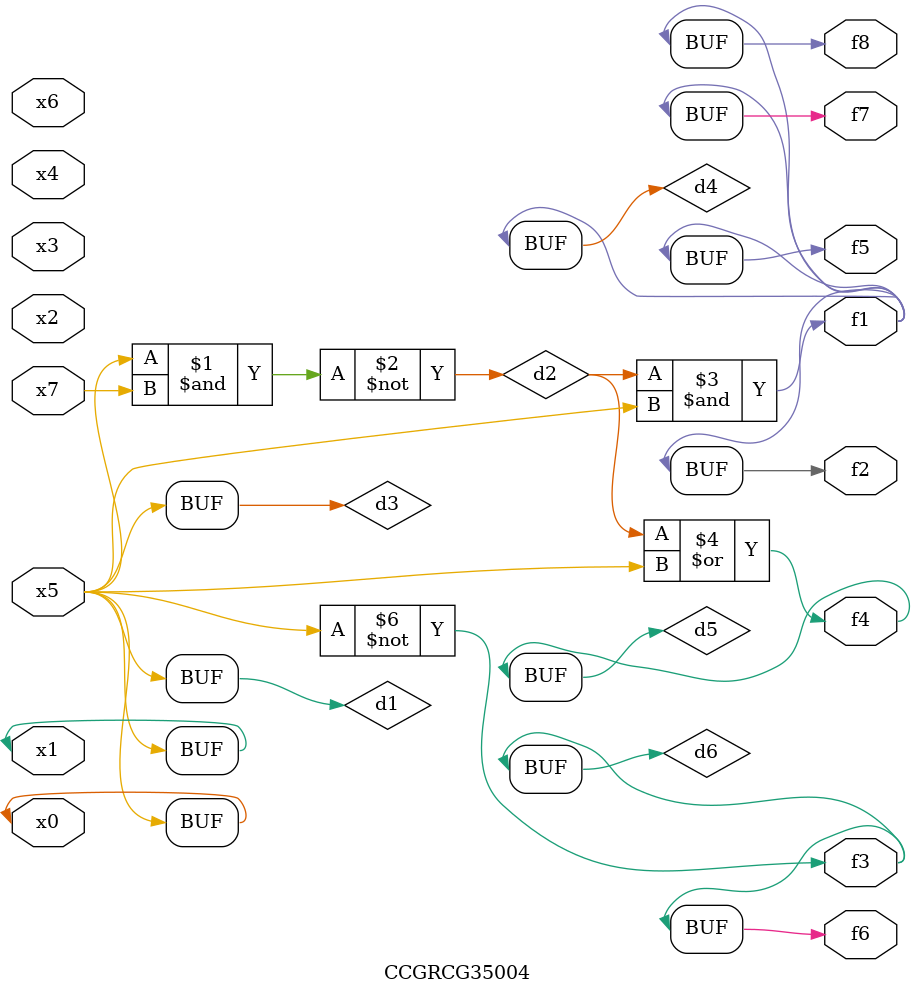
<source format=v>
module CCGRCG35004(
	input x0, x1, x2, x3, x4, x5, x6, x7,
	output f1, f2, f3, f4, f5, f6, f7, f8
);

	wire d1, d2, d3, d4, d5, d6;

	buf (d1, x0, x5);
	nand (d2, x5, x7);
	buf (d3, x0, x1);
	and (d4, d2, d3);
	or (d5, d2, d3);
	nor (d6, d1, d3);
	assign f1 = d4;
	assign f2 = d4;
	assign f3 = d6;
	assign f4 = d5;
	assign f5 = d4;
	assign f6 = d6;
	assign f7 = d4;
	assign f8 = d4;
endmodule

</source>
